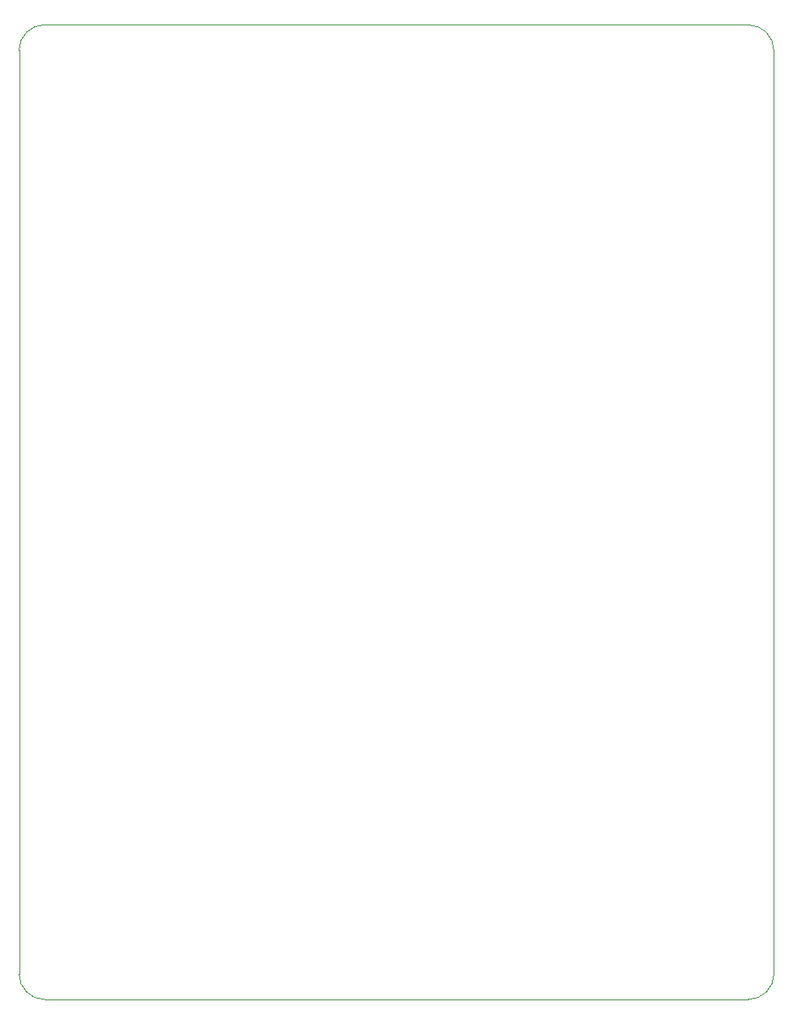
<source format=gbr>
%TF.GenerationSoftware,KiCad,Pcbnew,9.0.4*%
%TF.CreationDate,2025-11-21T10:02:35+01:00*%
%TF.ProjectId,pcb_stm,7063625f-7374-46d2-9e6b-696361645f70,rev?*%
%TF.SameCoordinates,PX178e460PY754d4c0*%
%TF.FileFunction,Profile,NP*%
%FSLAX46Y46*%
G04 Gerber Fmt 4.6, Leading zero omitted, Abs format (unit mm)*
G04 Created by KiCad (PCBNEW 9.0.4) date 2025-11-21 10:02:35*
%MOMM*%
%LPD*%
G01*
G04 APERTURE LIST*
%TA.AperFunction,Profile*%
%ADD10C,0.050000*%
%TD*%
G04 APERTURE END LIST*
D10*
X58981Y2588980D02*
X58980Y95111020D01*
X73111020Y58981D02*
X2588980Y58980D01*
X58980Y95111020D02*
G75*
G02*
X2588980Y97641020I2530000J0D01*
G01*
X75630000Y95100000D02*
X75641020Y2588980D01*
X2588980Y97641020D02*
X73100000Y97630000D01*
X2588980Y58980D02*
G75*
G02*
X58980Y2588980I20J2530020D01*
G01*
X73100000Y97630000D02*
G75*
G02*
X75630000Y95100000I0J-2530000D01*
G01*
X75641020Y2588980D02*
G75*
G02*
X73111020Y58980I-2530020J20D01*
G01*
M02*

</source>
